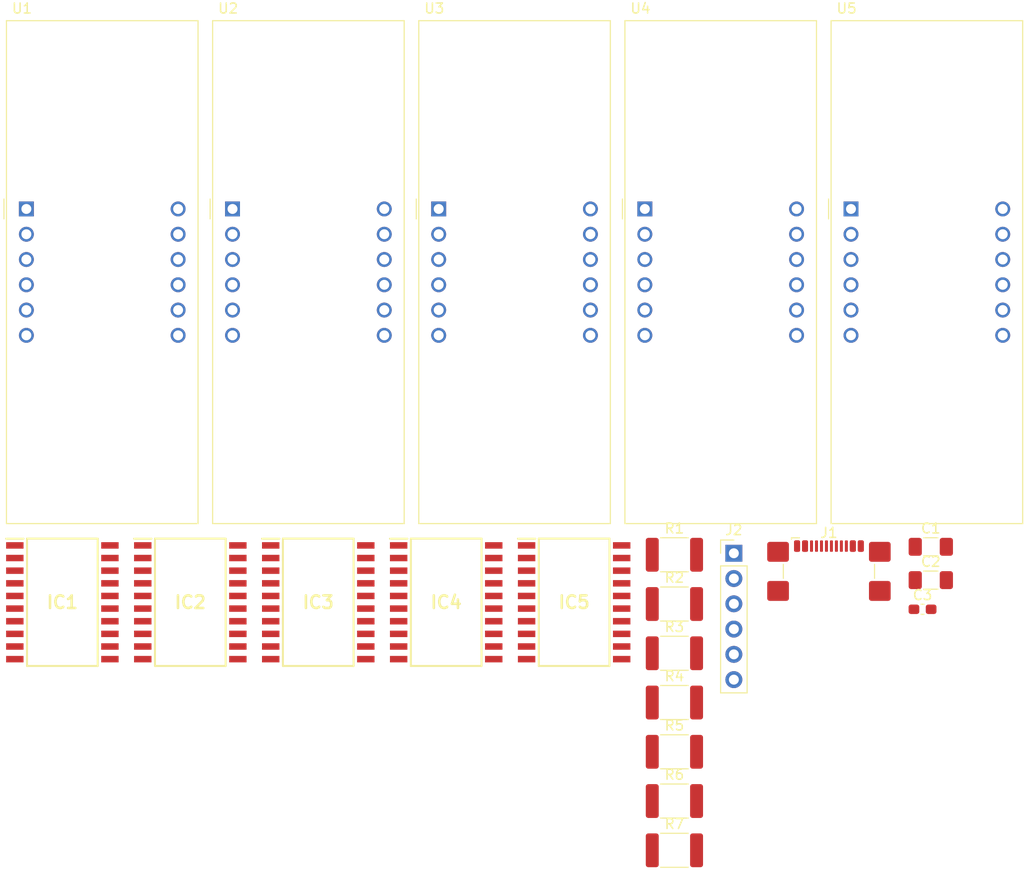
<source format=kicad_pcb>
(kicad_pcb (version 20240108) (generator "pcbnew") (generator_version "8.0")
  (layers (0 "F.Cu" signal) (31 "B.Cu" signal) (34 "B.Paste" user) (35 "F.Paste" user) (36 "B.SilkS" user "B.Silkscreen") (37 "F.SilkS" user "F.Silkscreen") (38 "B.Mask" user) (39 "F.Mask" user) (44 "Edge.Cuts" user))
  (net 0 "")
  (net 1 "GND")
  (net 2 "+5V")
  (net 3 "Gseg")
  (net 4 "DIN_1")
  (net 5 "Eseg")
  (net 6 "Fseg")
  (net 7 "Aseg")
  (net 8 "PC_DIG1")
  (net 9 "PC_DIG4")
  (net 10 "Bseg")
  (net 11 "Net-(IC1-DATA_OUT)")
  (net 12 "Net-(IC1-RX)")
  (net 13 "{slash}ENABLE")
  (net 14 "PC_DIG3")
  (net 15 "Dseg")
  (net 16 "Cseg")
  (net 18 "PC_DIG2")
  (net 19 "CLK")
  (net 21 "D_af")
  (net 22 "AF_DIG1")
  (net 23 "F_af")
  (net 24 "AF_DIG3")
  (net 26 "AF_DIG4")
  (net 27 "AF_DIG2")
  (net 28 "A_af")
  (net 29 "E_af")
  (net 31 "C_af")
  (net 32 "Net-(IC2-RX)")
  (net 33 "G_af")
  (net 34 "Net-(IC2-DATA_OUT)")
  (net 35 "B_af")
  (net 36 "B_bc")
  (net 37 "BC_DIG3")
  (net 38 "BC_DIG4")
  (net 39 "A_bc")
  (net 40 "BC_DIG1")
  (net 41 "BC_DIG2")
  (net 42 "Net-(IC3-RX)")
  (net 43 "E_bc")
  (net 44 "Net-(IC3-DATA_OUT)")
  (net 45 "F_bc")
  (net 46 "C_bc")
  (net 48 "D_bc")
  (net 49 "G_bc")
  (net 51 "B_de")
  (net 52 "F_de")
  (net 53 "A_de")
  (net 54 "G_de")
  (net 56 "DE_DIG2")
  (net 57 "DE_DIG4")
  (net 58 "DE_DIG1")
  (net 59 "Net-(IC4-DATA_OUT)")
  (net 60 "C_de")
  (net 61 "DE_DIG3")
  (net 62 "D_de")
  (net 63 "Net-(IC4-RX)")
  (net 65 "E_de")
  (net 66 "A_hl")
  (net 67 "D_hl")
  (net 69 "C_hl")
  (net 70 "G_hl")
  (net 71 "E_hl")
  (net 72 "F_hl")
  (net 73 "Net-(IC5-RX)")
  (net 74 "HL_DIG2")
  (net 75 "HL_DIG1")
  (net 76 "HL_DIG3")
  (net 77 "B_hl")
  (net 79 "HL_DIG4")
  (net 84 "Net-(J1-CC2)")
  (net 86 "Net-(J1-CC1)")
  (footprint "Resistor_SMD:R_1812_4532Metric_Pad1.30x3.40mm_HandSolder" (layer "F.Cu") (at 180.375 142.19)
    (property "Reference" "R6" (at 0 -2.65 0) (layer "F.SilkS"))
    (property "Value" "1.5k")
    (fp_line (start -1.386252 -1.71) (end 1.386252 -1.71) (stroke (width 0.12)) (layer "F.SilkS"))
    (fp_line (start -1.386252 1.71) (end 1.386252 1.71) (stroke (width 0.12)) (layer "F.SilkS"))
    (pad "1" smd roundrect (at -2.225 0) (size 1.3 3.4) (layers "F.Cu" "F.Paste" "F.Mask") (roundrect_rratio 0.192308) (net 1 "GND"))
    (pad "2" smd roundrect (at 2.225 0) (size 1.3 3.4) (layers "F.Cu" "F.Paste" "F.Mask") (roundrect_rratio 0.192308) (net 63 "Net-(IC4-RX)"))
  )
  (footprint "Display_7Segment:CA56-12CGKWA" (layer "F.Cu") (at 198.11 82.69)
    (property "Reference" "U5" (at -0.44 -20.15 0) (layer "F.SilkS"))
    (property "Value" "CC56-12CGKWA")
    (fp_line (start -2.25 -1) (end -2.25 1) (stroke (width 0.12)) (layer "F.SilkS"))
    (fp_line (start -2 -18.92) (end -2 31.62) (stroke (width 0.12)) (layer "F.SilkS"))
    (fp_line (start -2 -18.92) (end 17.24 -18.92) (stroke (width 0.12)) (layer "F.SilkS"))
    (fp_line (start -2 31.62) (end 17.24 31.62) (stroke (width 0.12)) (layer "F.SilkS"))
    (fp_line (start 17.24 31.62) (end 17.24 -18.92) (stroke (width 0.12)) (layer "F.SilkS"))
    (pad "1" thru_hole rect (at 0 0) (size 1.5 1.5) (drill 1) (layers "*.Cu" "*.Mask") (net 71 "E_hl"))
    (pad "2" thru_hole circle (at 0 2.54) (size 1.5 1.5) (drill 1) (layers "*.Cu" "*.Mask") (net 67 "D_hl"))
    (pad "3" thru_hole circle (at 0 5.08) (size 1.5 1.5) (drill 1) (layers "*.Cu" "*.Mask") (net 1 "GND"))
    (pad "4" thru_hole circle (at 0 7.62) (size 1.5 1.5) (drill 1) (layers "*.Cu" "*.Mask") (net 69 "C_hl"))
    (pad "5" thru_hole circle (at 0 10.16) (size 1.5 1.5) (drill 1) (layers "*.Cu" "*.Mask") (net 70 "G_hl"))
    (pad "6" thru_hole circle (at 0 12.7) (size 1.5 1.5) (drill 1) (layers "*.Cu" "*.Mask") (net 79 "HL_DIG4"))
    (pad "7" thru_hole circle (at 15.24 12.7) (size 1.5 1.5) (drill 1) (layers "*.Cu" "*.Mask") (net 77 "B_hl"))
    (pad "8" thru_hole circle (at 15.24 10.16) (size 1.5 1.5) (drill 1) (layers "*.Cu" "*.Mask") (net 76 "HL_DIG3"))
    (pad "9" thru_hole circle (at 15.24 7.62) (size 1.5 1.5) (drill 1) (layers "*.Cu" "*.Mask") (net 74 "HL_DIG2"))
    (pad "10" thru_hole circle (at 15.24 5.08) (size 1.5 1.5) (drill 1) (layers "*.Cu" "*.Mask") (net 72 "F_hl"))
    (pad "11" thru_hole circle (at 15.24 2.54) (size 1.5 1.5) (drill 1) (layers "*.Cu" "*.Mask") (net 66 "A_hl"))
    (pad "12" thru_hole circle (at 15.24 0) (size 1.5 1.5) (drill 1) (layers "*.Cu" "*.Mask") (net 75 "HL_DIG1"))
  )
  (footprint "Display_7Segment:CA56-12CGKWA" (layer "F.Cu") (at 115.29 82.69)
    (property "Reference" "U1" (at -0.44 -20.15 0) (layer "F.SilkS"))
    (property "Value" "CC56-12CGKWA")
    (fp_line (start -2.25 -1) (end -2.25 1) (stroke (width 0.12)) (layer "F.SilkS"))
    (fp_line (start -2 -18.92) (end -2 31.62) (stroke (width 0.12)) (layer "F.SilkS"))
    (fp_line (start -2 -18.92) (end 17.24 -18.92) (stroke (width 0.12)) (layer "F.SilkS"))
    (fp_line (start -2 31.62) (end 17.24 31.62) (stroke (width 0.12)) (layer "F.SilkS"))
    (fp_line (start 17.24 31.62) (end 17.24 -18.92) (stroke (width 0.12)) (layer "F.SilkS"))
    (pad "1" thru_hole rect (at 0 0) (size 1.5 1.5) (drill 1) (layers "*.Cu" "*.Mask"))
    (pad "2" thru_hole circle (at 0 2.54) (size 1.5 1.5) (drill 1) (layers "*.Cu" "*.Mask"))
    (pad "3" thru_hole circle (at 0 5.08) (size 1.5 1.5) (drill 1) (layers "*.Cu" "*.Mask") (net 1 "GND"))
    (pad "4" thru_hole circle (at 0 7.62) (size 1.5 1.5) (drill 1) (layers "*.Cu" "*.Mask"))
    (pad "5" thru_hole circle (at 0 10.16) (size 1.5 1.5) (drill 1) (layers "*.Cu" "*.Mask"))
    (pad "6" thru_hole circle (at 0 12.7) (size 1.5 1.5) (drill 1) (layers "*.Cu" "*.Mask") (net 9 "PC_DIG4"))
    (pad "7" thru_hole circle (at 15.24 12.7) (size 1.5 1.5) (drill 1) (layers "*.Cu" "*.Mask"))
    (pad "8" thru_hole circle (at 15.24 10.16) (size 1.5 1.5) (drill 1) (layers "*.Cu" "*.Mask") (net 14 "PC_DIG3"))
    (pad "9" thru_hole circle (at 15.24 7.62) (size 1.5 1.5) (drill 1) (layers "*.Cu" "*.Mask") (net 18 "PC_DIG2"))
    (pad "10" thru_hole circle (at 15.24 5.08) (size 1.5 1.5) (drill 1) (layers "*.Cu" "*.Mask"))
    (pad "11" thru_hole circle (at 15.24 2.54) (size 1.5 1.5) (drill 1) (layers "*.Cu" "*.Mask"))
    (pad "12" thru_hole circle (at 15.24 0) (size 1.5 1.5) (drill 1) (layers "*.Cu" "*.Mask") (net 8 "PC_DIG1"))
  )
  (footprint "Display_7Segment:CA56-12CGKWA" (layer "F.Cu") (at 135.995 82.69)
    (property "Reference" "U2" (at -0.44 -20.15 0) (layer "F.SilkS"))
    (property "Value" "CC56-12CGKWA")
    (fp_line (start -2.25 -1) (end -2.25 1) (stroke (width 0.12)) (layer "F.SilkS"))
    (fp_line (start -2 -18.92) (end -2 31.62) (stroke (width 0.12)) (layer "F.SilkS"))
    (fp_line (start -2 -18.92) (end 17.24 -18.92) (stroke (width 0.12)) (layer "F.SilkS"))
    (fp_line (start -2 31.62) (end 17.24 31.62) (stroke (width 0.12)) (layer "F.SilkS"))
    (fp_line (start 17.24 31.62) (end 17.24 -18.92) (stroke (width 0.12)) (layer "F.SilkS"))
    (pad "1" thru_hole rect (at 0 0) (size 1.5 1.5) (drill 1) (layers "*.Cu" "*.Mask") (net 29 "E_af"))
    (pad "2" thru_hole circle (at 0 2.54) (size 1.5 1.5) (drill 1) (layers "*.Cu" "*.Mask") (net 21 "D_af"))
    (pad "3" thru_hole circle (at 0 5.08) (size 1.5 1.5) (drill 1) (layers "*.Cu" "*.Mask") (net 1 "GND"))
    (pad "4" thru_hole circle (at 0 7.62) (size 1.5 1.5) (drill 1) (layers "*.Cu" "*.Mask") (net 31 "C_af"))
    (pad "5" thru_hole circle (at 0 10.16) (size 1.5 1.5) (drill 1) (layers "*.Cu" "*.Mask") (net 33 "G_af"))
    (pad "6" thru_hole circle (at 0 12.7) (size 1.5 1.5) (drill 1) (layers "*.Cu" "*.Mask") (net 26 "AF_DIG4"))
    (pad "7" thru_hole circle (at 15.24 12.7) (size 1.5 1.5) (drill 1) (layers "*.Cu" "*.Mask") (net 35 "B_af"))
    (pad "8" thru_hole circle (at 15.24 10.16) (size 1.5 1.5) (drill 1) (layers "*.Cu" "*.Mask") (net 24 "AF_DIG3"))
    (pad "9" thru_hole circle (at 15.24 7.62) (size 1.5 1.5) (drill 1) (layers "*.Cu" "*.Mask") (net 27 "AF_DIG2"))
    (pad "10" thru_hole circle (at 15.24 5.08) (size 1.5 1.5) (drill 1) (layers "*.Cu" "*.Mask") (net 23 "F_af"))
    (pad "11" thru_hole circle (at 15.24 2.54) (size 1.5 1.5) (drill 1) (layers "*.Cu" "*.Mask") (net 28 "A_af"))
    (pad "12" thru_hole circle (at 15.24 0) (size 1.5 1.5) (drill 1) (layers "*.Cu" "*.Mask") (net 22 "AF_DIG1"))
  )
  (footprint "Resistor_SMD:R_1812_4532Metric_Pad1.30x3.40mm_HandSolder" (layer "F.Cu") (at 180.375 127.34)
    (property "Reference" "R3" (at 0 -2.65 0) (layer "F.SilkS"))
    (property "Value" "1.5k")
    (fp_line (start -1.386252 -1.71) (end 1.386252 -1.71) (stroke (width 0.12)) (layer "F.SilkS"))
    (fp_line (start -1.386252 1.71) (end 1.386252 1.71) (stroke (width 0.12)) (layer "F.SilkS"))
    (pad "1" smd roundrect (at -2.225 0) (size 1.3 3.4) (layers "F.Cu" "F.Paste" "F.Mask") (roundrect_rratio 0.192308) (net 1 "GND"))
    (pad "2" smd roundrect (at 2.225 0) (size 1.3 3.4) (layers "F.Cu" "F.Paste" "F.Mask") (roundrect_rratio 0.192308) (net 12 "Net-(IC1-RX)"))
  )
  (footprint "Connector_PinHeader_2.54mm:PinHeader_1x06_P2.54mm_Vertical" (layer "F.Cu") (at 186.345 117.29)
    (property "Reference" "J2" (at 0 -2.33 0) (layer "F.SilkS"))
    (property "Value" "Conn_01x06_Pin")
    (fp_line (start -1.33 -1.33) (end 0 -1.33) (stroke (width 0.12)) (layer "F.SilkS"))
    (fp_line (start -1.33 0) (end -1.33 -1.33) (stroke (width 0.12)) (layer "F.SilkS"))
    (fp_line (start -1.33 1.27) (end -1.33 14.03) (stroke (width 0.12)) (layer "F.SilkS"))
    (fp_line (start -1.33 1.27) (end 1.33 1.27) (stroke (width 0.12)) (layer "F.SilkS"))
    (fp_line (start -1.33 14.03) (end 1.33 14.03) (stroke (width 0.12)) (layer "F.SilkS"))
    (fp_line (start 1.33 1.27) (end 1.33 14.03) (stroke (width 0.12)) (layer "F.SilkS"))
    (pad "1" thru_hole rect (at 0 0) (size 1.7 1.7) (drill 1) (layers "*.Cu" "*.Mask") (net 1 "GND"))
    (pad "2" thru_hole oval (at 0 2.54) (size 1.7 1.7) (drill 1) (layers "*.Cu" "*.Mask"))
    (pad "3" thru_hole oval (at 0 5.08) (size 1.7 1.7) (drill 1) (layers "*.Cu" "*.Mask"))
    (pad "4" thru_hole oval (at 0 7.62) (size 1.7 1.7) (drill 1) (layers "*.Cu" "*.Mask"))
    (pad "5" thru_hole oval (at 0 10.16) (size 1.7 1.7) (drill 1) (layers "*.Cu" "*.Mask") (net 4 "DIN_1"))
    (pad "6" thru_hole oval (at 0 12.7) (size 1.7 1.7) (drill 1) (layers "*.Cu" "*.Mask") (net 13 "{slash}ENABLE"))
  )
  (footprint "Resistor_SMD:R_1812_4532Metric_Pad1.30x3.40mm_HandSolder" (layer "F.Cu") (at 180.375 137.24)
    (property "Reference" "R5" (at 0 -2.65 0) (layer "F.SilkS"))
    (property "Value" "1.5k")
    (fp_line (start -1.386252 -1.71) (end 1.386252 -1.71) (stroke (width 0.12)) (layer "F.SilkS"))
    (fp_line (start -1.386252 1.71) (end 1.386252 1.71) (stroke (width 0.12)) (layer "F.SilkS"))
    (pad "1" smd roundrect (at -2.225 0) (size 1.3 3.4) (layers "F.Cu" "F.Paste" "F.Mask") (roundrect_rratio 0.192308) (net 1 "GND"))
    (pad "2" smd roundrect (at 2.225 0) (size 1.3 3.4) (layers "F.Cu" "F.Paste" "F.Mask") (roundrect_rratio 0.192308) (net 42 "Net-(IC3-RX)"))
  )
  (footprint "parts:SOIC127P1030X265-20N" (layer "F.Cu") (at 131.755 122.215)
    (property "Reference" "IC2" (at 0 0 0) (layer "F.SilkS") (effects (font (size 1.27 1.27) (thickness 0.254))))
    (property "Value" "MC14489BDWE" (hide yes))
    (fp_line (start -5.65 -6.39) (end -3.9 -6.39) (stroke (width 0.2)) (layer "F.SilkS"))
    (fp_line (start -3.55 -6.4) (end 3.55 -6.4) (stroke (width 0.2)) (layer "F.SilkS"))
    (fp_line (start -3.55 6.4) (end -3.55 -6.4) (stroke (width 0.2)) (layer "F.SilkS"))
    (fp_line (start 3.55 -6.4) (end 3.55 6.4) (stroke (width 0.2)) (layer "F.SilkS"))
    (fp_line (start 3.55 6.4) (end -3.55 6.4) (stroke (width 0.2)) (layer "F.SilkS"))
    (pad "1" smd rect (at -4.775 -5.715 90) (size 0.65 1.75) (layers "F.Cu" "F.Paste" "F.Mask") (net 23 "F_af"))
    (pad "2" smd rect (at -4.775 -4.445 90) (size 0.65 1.75) (layers "F.Cu" "F.Paste" "F.Mask") (net 29 "E_af"))
    (pad "3" smd rect (at -4.775 -3.175 90) (size 0.65 1.75) (layers "F.Cu" "F.Paste" "F.Mask") (net 2 "+5V"))
    (pad "4" smd rect (at -4.775 -1.905 90) (size 0.65 1.75) (layers "F.Cu" "F.Paste" "F.Mask") (net 21 "D_af"))
    (pad "5" smd rect (at -4.775 -0.635 90) (size 0.65 1.75) (layers "F.Cu" "F.Paste" "F.Mask") (net 31 "C_af"))
    (pad "6" smd rect (at -4.775 0.635 90) (size 0.65 1.75) (layers "F.Cu" "F.Paste" "F.Mask") (net 35 "B_af"))
    (pad "7" smd rect (at -4.775 1.905 90) (size 0.65 1.75) (layers "F.Cu" "F.Paste" "F.Mask") (net 28 "A_af"))
    (pad "8" smd rect (at -4.775 3.175 90) (size 0.65 1.75) (layers "F.Cu" "F.Paste" "F.Mask") (net 32 "Net-(IC2-RX)"))
    (pad "9" smd rect (at -4.775 4.445 90) (size 0.65 1.75) (layers "F.Cu" "F.Paste" "F.Mask") (net 22 "AF_DIG1"))
    (pad "10" smd rect (at -4.775 5.715 90) (size 0.65 1.75) (layers "F.Cu" "F.Paste" "F.Mask") (net 13 "{slash}ENABLE"))
    (pad "11" smd rect (at 4.775 5.715 90) (size 0.65 1.75) (layers "F.Cu" "F.Paste" "F.Mask") (net 19 "CLK"))
    (pad "12" smd rect (at 4.775 4.445 90) (size 0.65 1.75) (layers "F.Cu" "F.Paste" "F.Mask") (net 11 "Net-(IC1-DATA_OUT)"))
    (pad "13" smd rect (at 4.775 3.175 90) (size 0.65 1.75) (layers "F.Cu" "F.Paste" "F.Mask") (net 27 "AF_DIG2"))
    (pad "14" smd rect (at 4.775 1.905 90) (size 0.65 1.75) (layers "F.Cu" "F.Paste" "F.Mask") (net 1 "GND"))
    (pad "15" smd rect (at 4.775 0.635 90) (size 0.65 1.75) (layers "F.Cu" "F.Paste" "F.Mask") (net 24 "AF_DIG3"))
    (pad "16" smd rect (at 4.775 -0.635 90) (size 0.65 1.75) (layers "F.Cu" "F.Paste" "F.Mask") (net 26 "AF_DIG4"))
    (pad "17" smd rect (at 4.775 -1.905 90) (size 0.65 1.75) (layers "F.Cu" "F.Paste" "F.Mask"))
    (pad "18" smd rect (at 4.775 -3.175 90) (size 0.65 1.75) (layers "F.Cu" "F.Paste" "F.Mask") (net 34 "Net-(IC2-DATA_OUT)"))
    (pad "19" smd rect (at 4.775 -4.445 90) (size 0.65 1.75) (layers "F.Cu" "F.Paste" "F.Mask"))
    (pad "20" smd rect (at 4.775 -5.715 90) (size 0.65 1.75) (layers "F.Cu" "F.Paste" "F.Mask") (net 33 "G_af"))
  )
  (footprint "parts:SOIC127P1030X265-20N" (layer "F.Cu") (at 144.605 122.215)
    (property "Reference" "IC3" (at 0 0 0) (layer "F.SilkS") (effects (font (size 1.27 1.27) (thickness 0.254))))
    (property "Value" "MC14489BDWE" (hide yes))
    (fp_line (start -5.65 -6.39) (end -3.9 -6.39) (stroke (width 0.2)) (layer "F.SilkS"))
    (fp_line (start -3.55 -6.4) (end 3.55 -6.4) (stroke (width 0.2)) (layer "F.SilkS"))
    (fp_line (start -3.55 6.4) (end -3.55 -6.4) (stroke (width 0.2)) (layer "F.SilkS"))
    (fp_line (start 3.55 -6.4) (end 3.55 6.4) (stroke (width 0.2)) (layer "F.SilkS"))
    (fp_line (start 3.55 6.4) (end -3.55 6.4) (stroke (width 0.2)) (layer "F.SilkS"))
    (pad "1" smd rect (at -4.775 -5.715 90) (size 0.65 1.75) (layers "F.Cu" "F.Paste" "F.Mask") (net 45 "F_bc"))
    (pad "2" smd rect (at -4.775 -4.445 90) (size 0.65 1.75) (layers "F.Cu" "F.Paste" "F.Mask") (net 43 "E_bc"))
    (pad "3" smd rect (at -4.775 -3.175 90) (size 0.65 1.75) (layers "F.Cu" "F.Paste" "F.Mask") (net 2 "+5V"))
    (pad "4" smd rect (at -4.775 -1.905 90) (size 0.65 1.75) (layers "F.Cu" "F.Paste" "F.Mask") (net 48 "D_bc"))
    (pad "5" smd rect (at -4.775 -0.635 90) (size 0.65 1.75) (layers "F.Cu" "F.Paste" "F.Mask") (net 46 "C_bc"))
    (pad "6" smd rect (at -4.775 0.635 90) (size 0.65 1.75) (layers "F.Cu" "F.Paste" "F.Mask") (net 36 "B_bc"))
    (pad "7" smd rect (at -4.775 1.905 90) (size 0.65 1.75) (layers "F.Cu" "F.Paste" "F.Mask") (net 39 "A_bc"))
    (pad "8" smd rect (at -4.775 3.175 90) (size 0.65 1.75) (layers "F.Cu" "F.Paste" "F.Mask") (net 42 "Net-(IC3-RX)"))
    (pad "9" smd rect (at -4.775 4.445 90) (size 0.65 1.75) (layers "F.Cu" "F.Paste" "F.Mask") (net 40 "BC_DIG1"))
    (pad "10" smd rect (at -4.775 5.715 90) (size 0.65 1.75) (layers "F.Cu" "F.Paste" "F.Mask") (net 13 "{slash}ENABLE"))
    (pad "11" smd rect (at 4.775 5.715 90) (size 0.65 1.75) (layers "F.Cu" "F.Paste" "F.Mask") (net 19 "CLK"))
    (pad "12" smd rect (at 4.775 4.445 90) (size 0.65 1.75) (layers "F.Cu" "F.Paste" "F.Mask") (net 34 "Net-(IC2-DATA_OUT)"))
    (pad "13" smd rect (at 4.775 3.175 90) (size 0.65 1.75) (layers "F.Cu" "F.Paste" "F.Mask") (net 41 "BC_DIG2"))
    (pad "14" smd rect (at 4.775 1.905 90) (size 0.65 1.75) (layers "F.Cu" "F.Paste" "F.Mask") (net 1 "GND"))
    (pad "15" smd rect (at 4.775 0.635 90) (size 0.65 1.75) (layers "F.Cu" "F.Paste" "F.Mask") (net 37 "BC_DIG3"))
    (pad "16" smd rect (at 4.775 -0.635 90) (size 0.65 1.75) (layers "F.Cu" "F.Paste" "F.Mask") (net 38 "BC_DIG4"))
    (pad "17" smd rect (at 4.775 -1.905 90) (size 0.65 1.75) (layers "F.Cu" "F.Paste" "F.Mask"))
    (pad "18" smd rect (at 4.775 -3.175 90) (size 0.65 1.75) (layers "F.Cu" "F.Paste" "F.Mask") (net 44 "Net-(IC3-DATA_OUT)"))
    (pad "19" smd rect (at 4.775 -4.445 90) (size 0.65 1.75) (layers "F.Cu" "F.Paste" "F.Mask"))
    (pad "20" smd rect (at 4.775 -5.715 90) (size 0.65 1.75) (layers "F.Cu" "F.Paste" "F.Mask") (net 49 "G_bc"))
  )
  (footprint "Connector_USB:USB_C_Receptacle_GCT_USB4110" (layer "F.Cu") (at 195.895 120.25)
    (property "Reference" "J1" (at 0 -5.015 0) (layer "F.SilkS"))
    (property "Value" "USB_C_Receptacle_PowerOnly_6P")
    (fp_line (start -4.58 -0.435) (end -4.58 -1.845) (stroke (width 0.12)) (layer "F.SilkS"))
    (fp_line (start -3.76 -4.515) (end -3.76 -4.365) (stroke (width 0.12)) (layer "F.SilkS"))
    (fp_line (start -2.96 -4.515) (end -3.76 -4.515) (stroke (width 0.12)) (layer "F.SilkS"))
    (fp_line (start 4.58 -0.435) (end 4.58 -1.845) (stroke (width 0.12)) (layer "F.SilkS"))
    (pad "" np_thru_hole circle (at -2.89 -2.605) (size 0.65 0.65) (drill 0.65) (layers "F&B.Cu" "*.Mask"))
    (pad "" np_thru_hole circle (at 2.89 -2.605) (size 0.65 0.65) (drill 0.65) (layers "F&B.Cu" "*.Mask"))
    (pad "A1" smd roundrect (at -3.2 -3.68) (size 0.6 1.15) (layers "F.Cu" "F.Paste" "F.Mask"))
    (pad "A4" smd roundrect (at -2.4 -3.68) (size 0.6 1.15) (layers "F.Cu" "F.Paste" "F.Mask"))
    (pad "A5" smd roundrect (at -1.25 -3.68) (size 0.3 1.15) (layers "F.Cu" "F.Paste" "F.Mask") (net 86 "Net-(J1-CC1)"))
    (pad "A6" smd roundrect (at -0.25 -3.68) (size 0.3 1.15) (layers "F.Cu" "F.Paste" "F.Mask"))
    (pad "A7" smd roundrect (at 0.25 -3.68) (size 0.3 1.15) (layers "F.Cu" "F.Paste" "F.Mask"))
    (pad "A8" smd roundrect (at 1.25 -3.68) (size 0.3 1.15) (layers "F.Cu" "F.Paste" "F.Mask"))
    (pad "A9" smd roundrect (at 2.4 -3.68) (size 0.6 1.15) (layers "F.Cu" "F.Paste" "F.Mask") (net 2 "+5V"))
    (pad "A12" smd roundrect (at 3.2 -3.68) (size 0.6 1.15) (layers "F.Cu" "F.Paste" "F.Mask") (net 1 "GND"))
    (pad "B1" smd roundrect (at 3.2 -3.68) (size 0.6 1.15) (layers "F.Cu" "F.Paste" "F.Mask"))
    (pad "B4" smd roundrect (at 2.4 -3.68) (size 0.6 1.15) (layers "F.Cu" "F.Paste" "F.Mask"))
    (pad "B5" smd roundrect (at 1.75 -3.68) (size 0.3 1.15) (layers "F.Cu" "F.Paste" "F.Mask") (net 84 "Net-(J1-CC2)"))
    (pad "B6" smd roundrect (at 0.75 -3.68) (size 0.3 1.15) (layers "F.Cu" "F.Paste" "F.Mask"))
    (pad "B7" smd roundrect (at -0.75 -3.68) (size 0.3 1.15) (layers "F.Cu" "F.Paste" "F.Mask"))
    (pad "B8" smd roundrect (at -1.75 -3.68) (size 0.3 1.15) (layers "F.Cu" "F.Paste" "F.Mask"))
    (pad "B9" smd roundrect (at -2.4 -3.68) (size 0.6 1.15) (layers "F.Cu" "F.Paste" "F.Mask") (net 2 "+5V"))
    (pad "B12" smd roundrect (at -3.2 -3.68) (size 0.6 1.15) (layers "F.Cu" "F.Paste" "F.Mask") (net 1 "GND"))
    (pad "S1" smd roundrect (at -5.11 -3.105) (size 2.18 2) (layers "F.Cu" "F.Paste" "F.Mask") (roundrect_rratio 0.125))
    (pad "S1" smd roundrect (at -5.11 0.825) (size 2.18 2) (layers "F.Cu" "F.Paste" "F.Mask") (roundrect_rratio 0.125))
    (pad "S1" smd roundrect (at 5.11 -3.105) (size 2.18 2) (layers "F.Cu" "F.Paste" "F.Mask") (roundrect_rratio 0.125))
    (pad "S1" smd roundrect (at 5.11 0.825) (size 2.18 2) (layers "F.Cu" "F.Paste" "F.Mask") (roundrect_rratio 0.125))
  )
  (footprint "Capacitor_SMD:C_1206_3216Metric_Pad1.33x1.80mm_HandSolder" (layer "F.Cu") (at 206.125 119.99)
    (property "Reference" "C2" (at 0 -1.85 0) (layer "F.SilkS"))
    (property "Value" "10u")
    (fp_line (start -0.711252 -0.91) (end 0.711252 -0.91) (stroke (width 0.12)) (layer "F.SilkS"))
    (fp_line (start -0.711252 0.91) (end 0.711252 0.91) (stroke (width 0.12)) (layer "F.SilkS"))
    (pad "1" smd roundrect (at -1.5625 0) (size 1.325 1.8) (layers "F.Cu" "F.Paste" "F.Mask") (roundrect_rratio 0.188679) (net 2 "+5V"))
    (pad "2" smd roundrect (at 1.5625 0) (size 1.325 1.8) (layers "F.Cu" "F.Paste" "F.Mask") (roundrect_rratio 0.188679) (net 1 "GND"))
  )
  (footprint "Resistor_SMD:R_1812_4532Metric_Pad1.30x3.40mm_HandSolder" (layer "F.Cu") (at 180.375 122.39)
    (property "Reference" "R2" (at 0 -2.65 0) (layer "F.SilkS"))
    (property "Value" "5k1")
    (fp_line (start -1.386252 -1.71) (end 1.386252 -1.71) (stroke (width 0.12)) (layer "F.SilkS"))
    (fp_line (start -1.386252 1.71) (end 1.386252 1.71) (stroke (width 0.12)) (layer "F.SilkS"))
    (pad "1" smd roundrect (at -2.225 0) (size 1.3 3.4) (layers "F.Cu" "F.Paste" "F.Mask") (roundrect_rratio 0.192308) (net 84 "Net-(J1-CC2)"))
    (pad "2" smd roundrect (at 2.225 0) (size 1.3 3.4) (layers "F.Cu" "F.Paste" "F.Mask") (roundrect_rratio 0.192308) (net 1 "GND"))
  )
  (footprint "Capacitor_SMD:C_1206_3216Metric_Pad1.33x1.80mm_HandSolder" (layer "F.Cu") (at 206.125 116.64)
    (property "Reference" "C1" (at 0 -1.85 0) (layer "F.SilkS"))
    (property "Value" "10u")
    (fp_line (start -0.711252 -0.91) (end 0.711252 -0.91) (stroke (width 0.12)) (layer "F.SilkS"))
    (fp_line (start -0.711252 0.91) (end 0.711252 0.91) (stroke (width 0.12)) (layer "F.SilkS"))
    (pad "1" smd roundrect (at -1.5625 0) (size 1.325 1.8) (layers "F.Cu" "F.Paste" "F.Mask") (roundrect_rratio 0.188679) (net 2 "+5V"))
    (pad "2" smd roundrect (at 1.5625 0) (size 1.325 1.8) (layers "F.Cu" "F.Paste" "F.Mask") (roundrect_rratio 0.188679) (net 1 "GND"))
  )
  (footprint "Display_7Segment:CA56-12CGKWA" (layer "F.Cu") (at 156.7 82.69)
    (property "Reference" "U3" (at -0.44 -20.15 0) (layer "F.SilkS"))
    (property "Value" "CC56-12CGKWA")
    (fp_line (start -2.25 -1) (end -2.25 1) (stroke (width 0.12)) (layer "F.SilkS"))
    (fp_line (start -2 -18.92) (end -2 31.62) (stroke (width 0.12)) (layer "F.SilkS"))
    (fp_line (start -2 -18.92) (end 17.24 -18.92) (stroke (width 0.12)) (layer "F.SilkS"))
    (fp_line (start -2 31.62) (end 17.24 31.62) (stroke (width 0.12)) (layer "F.SilkS"))
    (fp_line (start 17.24 31.62) (end 17.24 -18.92) (stroke (width 0.12)) (layer "F.SilkS"))
    (pad "1" thru_hole rect (at 0 0) (size 1.5 1.5) (drill 1) (layers "*.Cu" "*.Mask") (net 43 "E_bc"))
    (pad "2" thru_hole circle (at 0 2.54) (size 1.5 1.5) (drill 1) (layers "*.Cu" "*.Mask") (net 48 "D_bc"))
    (pad "3" thru_hole circle (at 0 5.08) (size 1.5 1.5) (drill 1) (layers "*.Cu" "*.Mask") (net 1 "GND"))
    (pad "4" thru_hole circle (at 0 7.62) (size 1.5 1.5) (drill 1) (layers "*.Cu" "*.Mask") (net 46 "C_bc"))
    (pad "5" thru_hole circle (at 0 10.16) (size 1.5 1.5) (drill 1) (layers "*.Cu" "*.Mask") (net 49 "G_bc"))
    (pad "6" thru_hole circle (at 0 12.7) (size 1.5 1.5) (drill 1) (layers "*.Cu" "*.Mask") (net 38 "BC_DIG4"))
    (pad "7" thru_hole circle (at 15.24 12.7) (size 1.5 1.5) (drill 1) (layers "*.Cu" "*.Mask") (net 36 "B_bc"))
    (pad "8" thru_hole circle (at 15.24 10.16) (size 1.5 1.5) (drill 1) (layers "*.Cu" "*.Mask") (net 37 "BC_DIG3"))
    (pad "9" thru_hole circle (at 15.24 7.62) (size 1.5 1.5) (drill 1) (layers "*.Cu" "*.Mask") (net 41 "BC_DIG2"))
    (pad "10" thru_hole circle (at 15.24 5.08) (size 1.5 1.5) (drill 1) (layers "*.Cu" "*.Mask") (net 45 "F_bc"))
    (pad "11" thru_hole circle (at 15.24 2.54) (size 1.5 1.5) (drill 1) (layers "*.Cu" "*.Mask") (net 39 "A_bc"))
    (pad "12" thru_hole circle (at 15.24 0) (size 1.5 1.5) (drill 1) (layers "*.Cu" "*.Mask") (net 40 "BC_DIG1"))
  )
  (footprint "Resistor_SMD:R_1812_4532Metric_Pad1.30x3.40mm_HandSolder" (layer "F.Cu") (at 180.375 117.44)
    (property "Reference" "R1" (at 0 -2.65 0) (layer "F.SilkS"))
    (property "Value" "5k1")
    (fp_line (start -1.386252 -1.71) (end 1.386252 -1.71) (stroke (width 0.12)) (layer "F.SilkS"))
    (fp_line (start -1.386252 1.71) (end 1.386252 1.71) (stroke (width 0.12)) (layer "F.SilkS"))
    (pad "1" smd roundrect (at -2.225 0) (size 1.3 3.4) (layers "F.Cu" "F.Paste" "F.Mask") (roundrect_rratio 0.192308) (net 86 "Net-(J1-CC1)"))
    (pad "2" smd roundrect (at 2.225 0) (size 1.3 3.4) (layers "F.Cu" "F.Paste" "F.Mask") (roundrect_rratio 0.192308) (net 1 "GND"))
  )
  (footprint "parts:SOIC127P1030X265-20N" (layer "F.Cu") (at 118.905 122.215)
    (property "Reference" "IC1" (at 0 0 0) (layer "F.SilkS") (effects (font (size 1.27 1.27) (thickness 0.254))))
    (property "Value" "MC14489BDWE" (hide yes))
    (fp_line (start -5.65 -6.39) (end -3.9 -6.39) (stroke (width 0.2)) (layer "F.SilkS"))
    (fp_line (start -3.55 -6.4) (end 3.55 -6.4) (stroke (width 0.2)) (layer "F.SilkS"))
    (fp_line (start -3.55 6.4) (end -3.55 -6.4) (stroke (width 0.2)) (layer "F.SilkS"))
    (fp_line (start 3.55 -6.4) (end 3.55 6.4) (stroke (width 0.2)) (layer "F.SilkS"))
    (fp_line (start 3.55 6.4) (end -3.55 6.4) (stroke (width 0.2)) (layer "F.SilkS"))
    (pad "1" smd rect (at -4.775 -5.715 90) (size 0.65 1.75) (layers "F.Cu" "F.Paste" "F.Mask") (net 6 "Fseg"))
    (pad "2" smd rect (at -4.775 -4.445 90) (size 0.65 1.75) (layers "F.Cu" "F.Paste" "F.Mask") (net 5 "Eseg"))
    (pad "3" smd rect (at -4.775 -3.175 90) (size 0.65 1.75) (layers "F.Cu" "F.Paste" "F.Mask") (net 2 "+5V"))
    (pad "4" smd rect (at -4.775 -1.905 90) (size 0.65 1.75) (layers "F.Cu" "F.Paste" "F.Mask") (net 15 "Dseg"))
    (pad "5" smd rect (at -4.775 -0.635 90) (size 0.65 1.75) (layers "F.Cu" "F.Paste" "F.Mask") (net 16 "Cseg"))
    (pad "6" smd rect (at -4.775 0.635 90) (size 0.65 1.75) (layers "F.Cu" "F.Paste" "F.Mask") (net 10 "Bseg"))
    (pad "7" smd rect (at -4.775 1.905 90) (size 0.65 1.75) (layers "F.Cu" "F.Paste" "F.Mask") (net 7 "Aseg"))
    (pad "8" smd rect (at -4.775 3.175 90) (size 0.65 1.75) (layers "F.Cu" "F.Paste" "F.Mask") (net 12 "Net-(IC1-RX)"))
    (pad "9" smd rect (at -4.775 4.445 90) (size 0.65 1.75) (layers "F.Cu" "F.Paste" "F.Mask") (net 8 "PC_DIG1"))
    (pad "10" smd rect (at -4.775 5.715 90) (size 0.65 1.75) (layers "F.Cu" "F.Paste" "F.Mask") (net 13 "{slash}ENABLE"))
    (pad "11" smd rect (at 4.775 5.715 90) (size 0.65 1.75) (layers "F.Cu" "F.Paste" "F.Mask") (net 19 "CLK"))
    (pad "12" smd rect (at 4.775 4.445 90) (size 0.65 1.75) (layers "F.Cu" "F.Paste" "F.Mask") (net 4 "DIN_1"))
    (pad "13" smd rect (at 4.775 3.175 90) (size 0.65 1.75) (layers "F.Cu" "F.Paste" "F.Mask") (net 18 "PC_DIG2"))
    (pad "14" smd rect (at 4.775 1.905 90) (size 0.65 1.75) (layers "F.Cu" "F.Paste" "F.Mask") (net 1 "GND"))
    (pad "15" smd rect (at 4.775 0.635 90) (size 0.65 1.75) (layers "F.Cu" "F.Paste" "F.Mask") (net 14 "PC_DIG3"))
    (pad "16" smd rect (at 4.775 -0.635 90) (size 0.65 1.75) (layers "F.Cu" "F.Paste" "F.Mask") (net 9 "PC_DIG4"))
    (pad "17" smd rect (at 4.775 -1.905 90) (size 0.65 1.75) (layers "F.Cu" "F.Paste" "F.Mask"))
    (pad "18" smd rect (at 4.775 -3.175 90) (size 0.65 1.75) (layers "F.Cu" "F.Paste" "F.Mask") (net 11 "Net-(IC1-DATA_OUT)"))
    (pad "19" smd rect (at 4.775 -4.445 90) (size 0.65 1.75) (layers "F.Cu" "F.Paste" "F.Mask"))
    (pad "20" smd rect (at 4.775 -5.715 90) (size 0.65 1.75) (layers "F.Cu" "F.Paste" "F.Mask") (net 3 "Gseg"))
  )
  (footprint "Resistor_SMD:R_1812_4532Metric_Pad1.30x3.40mm_HandSolder" (layer "F.Cu") (at 180.375 147.14)
    (property "Reference" "R7" (at 0 -2.65 0) (layer "F.SilkS"))
    (property "Value" "1.5k")
    (fp_line (start -1.386252 -1.71) (end 1.386252 -1.71) (stroke (width 0.12)) (layer "F.SilkS"))
    (fp_line (start -1.386252 1.71) (end 1.386252 1.71) (stroke (width 0.12)) (layer "F.SilkS"))
    (pad "1" smd roundrect (at -2.225 0) (size 1.3 3.4) (layers "F.Cu" "F.Paste" "F.Mask") (roundrect_rratio 0.192308) (net 1 "GND"))
    (pad "2" smd roundrect (at 2.225 0) (size 1.3 3.4) (layers "F.Cu" "F.Paste" "F.Mask") (roundrect_rratio 0.192308) (net 73 "Net-(IC5-RX)"))
  )
  (footprint "Resistor_SMD:R_1812_4532Metric_Pad1.30x3.40mm_HandSolder" (layer "F.Cu") (at 180.375 132.29)
    (property "Reference" "R4" (at 0 -2.65 0) (layer "F.SilkS"))
    (property "Value" "1.5k")
    (fp_line (start -1.386252 -1.71) (end 1.386252 -1.71) (stroke (width 0.12)) (layer "F.SilkS"))
    (fp_line (start -1.386252 1.71) (end 1.386252 1.71) (stroke (width 0.12)) (layer "F.SilkS"))
    (pad "1" smd roundrect (at -2.225 0) (size 1.3 3.4) (layers "F.Cu" "F.Paste" "F.Mask") (roundrect_rratio 0.192308) (net 1 "GND"))
    (pad "2" smd roundrect (at 2.225 0) (size 1.3 3.4) (layers "F.Cu" "F.Paste" "F.Mask") (roundrect_rratio 0.192308) (net 32 "Net-(IC2-RX)"))
  )
  (footprint "Display_7Segment:CA56-12CGKWA" (layer "F.Cu") (at 177.405 82.69)
    (property "Reference" "U4" (at -0.44 -20.15 0) (layer "F.SilkS"))
    (property "Value" "CC56-12CGKWA")
    (fp_line (start -2.25 -1) (end -2.25 1) (stroke (width 0.12)) (layer "F.SilkS"))
    (fp_line (start -2 -18.92) (end -2 31.62) (stroke (width 0.12)) (layer "F.SilkS"))
    (fp_line (start -2 -18.92) (end 17.24 -18.92) (stroke (width 0.12)) (layer "F.SilkS"))
    (fp_line (start -2 31.62) (end 17.24 31.62) (stroke (width 0.12)) (layer "F.SilkS"))
    (fp_line (start 17.24 31.62) (end 17.24 -18.92) (stroke (width 0.12)) (layer "F.SilkS"))
    (pad "1" thru_hole rect (at 0 0) (size 1.5 1.5) (drill 1) (layers "*.Cu" "*.Mask") (net 65 "E_de"))
    (pad "2" thru_hole circle (at 0 2.54) (size 1.5 1.5) (drill 1) (layers "*.Cu" "*.Mask") (net 62 "D_de"))
    (pad "3" thru_hole circle (at 0 5.08) (size 1.5 1.5) (drill 1) (layers "*.Cu" "*.Mask") (net 1 "GND"))
    (pad "4" thru_hole circle (at 0 7.62) (size 1.5 1.5) (drill 1) (layers "*.Cu" "*.Mask") (net 60 "C_de"))
    (pad "5" thru_hole circle (at 0 10.16) (size 1.5 1.5) (drill 1) (layers "*.Cu" "*.Mask") (net 54 "G_de"))
    (pad "6" thru_hole circle (at 0 12.7) (size 1.5 1.5) (drill 1) (layers "*.Cu" "*.Mask") (net 57 "DE_DIG4"))
    (pad "7" thru_hole circle (at 15.24 12.7) (size 1.5 1.5) (drill 1) (layers "*.Cu" "*.Mask") (net 51 "B_de"))
    (pad "8" thru_hole circle (at 15.24 10.16) (size 1.5 1.5) (drill 1) (layers "*.Cu" "*.Mask") (net 61 "DE_DIG3"))
    (pad "9" thru_hole circle (at 15.24 7.62) (size 1.5 1.5) (drill 1) (layers "*.Cu" "*.Mask") (net 56 "DE_DIG2"))
    (pad "10" thru_hole circle (at 15.24 5.08) (size 1.5 1.5) (drill 1) (layers "*.Cu" "*.Mask") (net 52 "F_de"))
    (pad "11" thru_hole circle (at 15.24 2.54) (size 1.5 1.5) (drill 1) (layers "*.Cu" "*.Mask") (net 53 "A_de"))
    (pad "12" thru_hole circle (at 15.24 0) (size 1.5 1.5) (drill 1) (layers "*.Cu" "*.Mask") (net 58 "DE_DIG1"))
  )
  (footprint "parts:SOIC127P1030X265-20N" (layer "F.Cu") (at 170.305 122.215)
    (property "Reference" "IC5" (at 0 0 0) (layer "F.SilkS") (effects (font (size 1.27 1.27) (thickness 0.254))))
    (property "Value" "MC14489BDWE" (hide yes))
    (fp_line (start -5.65 -6.39) (end -3.9 -6.39) (stroke (width 0.2)) (layer "F.SilkS"))
    (fp_line (start -3.55 -6.4) (end 3.55 -6.4) (stroke (width 0.2)) (layer "F.SilkS"))
    (fp_line (start -3.55 6.4) (end -3.55 -6.4) (stroke (width 0.2)) (layer "F.SilkS"))
    (fp_line (start 3.55 -6.4) (end 3.55 6.4) (stroke (width 0.2)) (layer "F.SilkS"))
    (fp_line (start 3.55 6.4) (end -3.55 6.4) (stroke (width 0.2)) (layer "F.SilkS"))
    (pad "1" smd rect (at -4.775 -5.715 90) (size 0.65 1.75) (layers "F.Cu" "F.Paste" "F.Mask") (net 72 "F_hl"))
    (pad "2" smd rect (at -4.775 -4.445 90) (size 0.65 1.75) (layers "F.Cu" "F.Paste" "F.Mask") (net 71 "E_hl"))
    (pad "3" smd rect (at -4.775 -3.175 90) (size 0.65 1.75) (layers "F.Cu" "F.Paste" "F.Mask") (net 2 "+5V"))
    (pad "4" smd rect (at -4.775 -1.905 90) (size 0.65 1.75) (layers "F.Cu" "F.Paste" "F.Mask") (net 67 "D_hl"))
    (pad "5" smd rect (at -4.775 -0.635 90) (size 0.65 1.75) (layers "F.Cu" "F.Paste" "F.Mask") (net 69 "C_hl"))
    (pad "6" smd rect (at -4.775 0.635 90) (size 0.65 1.75) (layers "F.Cu" "F.Paste" "F.Mask") (net 77 "B_hl"))
    (pad "7" smd rect (at -4.775 1.905 90) (size 0.65 1.75) (layers "F.Cu" "F.Paste" "F.Mask") (net 66 "A_hl"))
    (pad "8" smd rect (at -4.775 3.175 90) (size 0.65 1.75) (layers "F.Cu" "F.Paste" "F.Mask") (net 73 "Net-(IC5-RX)"))
    (pad "9" smd rect (at -4.775 4.445 90) (size 0.65 1.75) (layers "F.Cu" "F.Paste" "F.Mask") (net 75 "HL_DIG1"))
    (pad "10" smd rect (at -4.775 5.715 90) (size 0.65 1.75) (layers "F.Cu" "F.Paste" "F.Mask") (net 13 "{slash}ENABLE"))
    (pad "11" smd rect (at 4.775 5.715 90) (size 0.65 1.75) (layers "F.Cu" "F.Paste" "F.Mask") (net 19 "CLK"))
    (pad "12" smd rect (at 4.775 4.445 90) (size 0.65 1.75) (layers "F.Cu" "F.Paste" "F.Mask") (net 59 "Net-(IC4-DATA_OUT)"))
    (pad "13" smd rect (at 4.775 3.175 90) (size 0.65 1.75) (layers "F.Cu" "F.Paste" "F.Mask") (net 74 "HL_DIG2"))
    (pad "14" smd rect (at 4.775 1.905 90) (size 0.65 1.75) (layers "F.Cu" "F.Paste" "F.Mask") (net 1 "GND"))
    (pad "15" smd rect (at 4.775 0.635 90) (size 0.65 1.75) (layers "F.Cu" "F.Paste" "F.Mask") (net 76 "HL_DIG3"))
    (pad "16" smd rect (at 4.775 -0.635 90) (size 0.65 1.75) (layers "F.Cu" "F.Paste" "F.Mask") (net 79 "HL_DIG4"))
    (pad "17" smd rect (at 4.775 -1.905 90) (size 0.65 1.75) (layers "F.Cu" "F.Paste" "F.Mask"))
    (pad "18" smd rect (at 4.775 -3.175 90) (size 0.65 1.75) (layers "F.Cu" "F.Paste" "F.Mask"))
    (pad "19" smd rect (at 4.775 -4.445 90) (size 0.65 1.75) (layers "F.Cu" "F.Paste" "F.Mask"))
    (pad "20" smd rect (at 4.775 -5.715 90) (size 0.65 1.75) (layers "F.Cu" "F.Paste" "F.Mask") (net 70 "G_hl"))
  )
  (footprint "Capacitor_SMD:C_0603_1608Metric_Pad1.08x0.95mm_HandSolder" (layer "F.Cu") (at 205.295 122.92)
    (property "Reference" "C3" (at 0 -1.43 0) (layer "F.SilkS"))
    (property "Value" "100n")
    (fp_line (start -0.146267 -0.51) (end 0.146267 -0.51) (stroke (width 0.12)) (layer "F.SilkS"))
    (fp_line (start -0.146267 0.51) (end 0.146267 0.51) (stroke (width 0.12)) (layer "F.SilkS"))
    (pad "1" smd roundrect (at -0.8625 0) (size 1.075 0.95) (layers "F.Cu" "F.Paste" "F.Mask") (net 2 "+5V"))
    (pad "2" smd roundrect (at 0.8625 0) (size 1.075 0.95) (layers "F.Cu" "F.Paste" "F.Mask") (net 1 "GND"))
  )
  (footprint "parts:SOIC127P1030X265-20N" (layer "F.Cu") (at 157.455 122.215)
    (property "Reference" "IC4" (at 0 0 0) (layer "F.SilkS") (effects (font (size 1.27 1.27) (thickness 0.254))))
    (property "Value" "MC14489BDWE" (hide yes))
    (fp_line (start -5.65 -6.39) (end -3.9 -6.39) (stroke (width 0.2)) (layer "F.SilkS"))
    (fp_line (start -3.55 -6.4) (end 3.55 -6.4) (stroke (width 0.2)) (layer "F.SilkS"))
    (fp_line (start -3.55 6.4) (end -3.55 -6.4) (stroke (width 0.2)) (layer "F.SilkS"))
    (fp_line (start 3.55 -6.4) (end 3.55 6.4) (stroke (width 0.2)) (layer "F.SilkS"))
    (fp_line (start 3.55 6.4) (end -3.55 6.4) (stroke (width 0.2)) (layer "F.SilkS"))
    (pad "1" smd rect (at -4.775 -5.715 90) (size 0.65 1.75) (layers "F.Cu" "F.Paste" "F.Mask") (net 52 "F_de"))
    (pad "2" smd rect (at -4.775 -4.445 90) (size 0.65 1.75) (layers "F.Cu" "F.Paste" "F.Mask") (net 65 "E_de"))
    (pad "3" smd rect (at -4.775 -3.175 90) (size 0.65 1.75) (layers "F.Cu" "F.Paste" "F.Mask") (net 2 "+5V"))
    (pad "4" smd rect (at -4.775 -1.905 90) (size 0.65 1.75) (layers "F.Cu" "F.Paste" "F.Mask") (net 62 "D_de"))
    (pad "5" smd rect (at -4.775 -0.635 90) (size 0.65 1.75) (layers "F.Cu" "F.Paste" "F.Mask") (net 60 "C_de"))
    (pad "6" smd rect (at -4.775 0.635 90) (size 0.65 1.75) (layers "F.Cu" "F.Paste" "F.Mask") (net 51 "B_de"))
    (pad "7" smd rect (at -4.775 1.905 90) (size 0.65 1.75) (layers "F.Cu" "F.Paste" "F.Mask") (net 53 "A_de"))
    (pad "8" smd rect (at -4.775 3.175 90) (size 0.65 1.75) (layers "F.Cu" "F.Paste" "F.Mask") (net 63 "Net-(IC4-RX)"))
    (pad "9" smd rect (at -4.775 4.445 90) (size 0.65 1.75) (layers "F.Cu" "F.Paste" "F.Mask") (net 58 "DE_DIG1"))
    (pad "10" smd rect (at -4.775 5.715 90) (size 0.65 1.75) (layers "F.Cu" "F.Paste" "F.Mask") (net 13 "{slash}ENABLE"))
    (pad "11" smd rect (at 4.775 5.715 90) (size 0.65 1.75) (layers "F.Cu" "F.Paste" "F.Mask") (net 19 "CLK"))
    (pad "12" smd rect (at 4.775 4.445 90) (size 0.65 1.75) (layers "F.Cu" "F.Paste" "F.Mask") (net 44 "Net-(IC3-DATA_OUT)"))
    (pad "13" smd rect (at 4.775 3.175 90) (size 0.65 1.75) (layers "F.Cu" "F.Paste" "F.Mask") (net 56 "DE_DIG2"))
    (pad "14" smd rect (at 4.775 1.905 90) (size 0.65 1.75) (layers "F.Cu" "F.Paste" "F.Mask") (net 1 "GND"))
    (pad "15" smd rect (at 4.775 0.635 90) (size 0.65 1.75) (layers "F.Cu" "F.Paste" "F.Mask") (net 61 "DE_DIG3"))
    (pad "16" smd rect (at 4.775 -0.635 90) (size 0.65 1.75) (layers "F.Cu" "F.Paste" "F.Mask") (net 57 "DE_DIG4"))
    (pad "17" smd rect (at 4.775 -1.905 90) (size 0.65 1.75) (layers "F.Cu" "F.Paste" "F.Mask"))
    (pad "18" smd rect (at 4.775 -3.175 90) (size 0.65 1.75) (layers "F.Cu" "F.Paste" "F.Mask") (net 59 "Net-(IC4-DATA_OUT)"))
    (pad "19" smd rect (at 4.775 -4.445 90) (size 0.65 1.75) (layers "F.Cu" "F.Paste" "F.Mask"))
    (pad "20" smd rect (at 4.775 -5.715 90) (size 0.65 1.75) (layers "F.Cu" "F.Paste" "F.Mask") (net 54 "G_de"))
  )
)
</source>
